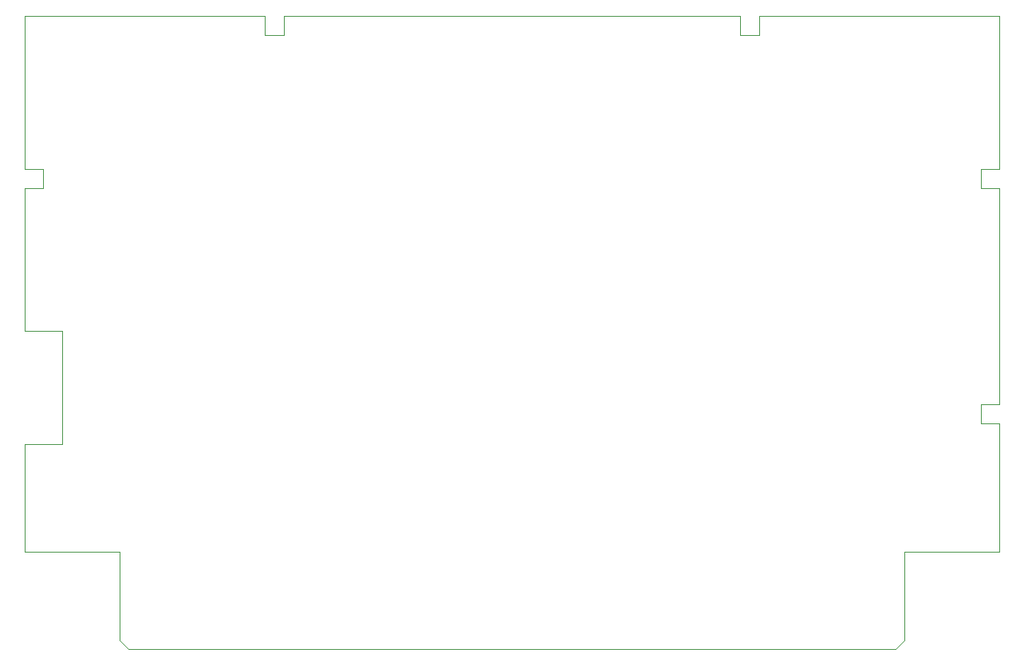
<source format=gbr>
%TF.GenerationSoftware,Altium Limited,Altium Designer,23.10.1 (27)*%
G04 Layer_Color=0*
%FSLAX45Y45*%
%MOMM*%
%TF.SameCoordinates,E65562DB-48BA-4528-A783-DBC4A45482EB*%
%TF.FilePolarity,Positive*%
%TF.FileFunction,Profile,NP*%
%TF.Part,Single*%
G01*
G75*
%TA.AperFunction,Profile*%
%ADD108C,0.02540*%
D108*
X-6173199Y-1900000D02*
X-5775000D01*
Y-700000D01*
X-6173199D01*
Y821000D01*
X-5973199D01*
Y1021000D01*
X-6173199D01*
Y2646000D01*
X-3623199D01*
Y2446000D01*
X-3423199D01*
Y2646000D01*
X1423199D01*
Y2446000D01*
X1623199D01*
Y2646000D01*
X4176801D01*
Y1021000D01*
X3976801D01*
Y821000D01*
X4176801D01*
Y-1479000D01*
X3976801D01*
Y-1679000D01*
X4176801D01*
Y-3040000D01*
X3166801D01*
Y-3983801D01*
X3075602Y-4075000D01*
X-5074398D01*
X-5166799Y-3982599D01*
Y-3040000D01*
X-6173199D01*
Y-1900000D01*
%TF.MD5,c51e01f7a38651d0d959938198e1c2e0*%
M02*

</source>
